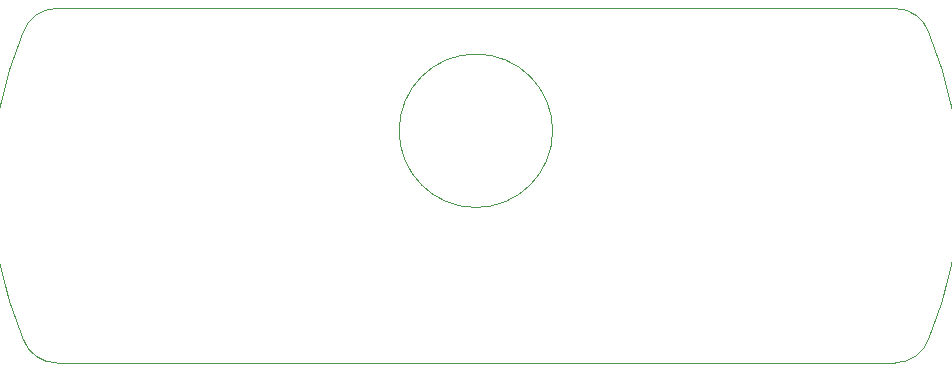
<source format=gbr>
%TF.GenerationSoftware,KiCad,Pcbnew,(5.1.6)-1*%
%TF.CreationDate,2020-08-21T17:01:07+02:00*%
%TF.ProjectId,front_panel,66726f6e-745f-4706-916e-656c2e6b6963,rev?*%
%TF.SameCoordinates,Original*%
%TF.FileFunction,Profile,NP*%
%FSLAX46Y46*%
G04 Gerber Fmt 4.6, Leading zero omitted, Abs format (unit mm)*
G04 Created by KiCad (PCBNEW (5.1.6)-1) date 2020-08-21 17:01:07*
%MOMM*%
%LPD*%
G01*
G04 APERTURE LIST*
%TA.AperFunction,Profile*%
%ADD10C,0.050000*%
%TD*%
G04 APERTURE END LIST*
D10*
X144000000Y-110350000D02*
G75*
G03*
X144000000Y-110350000I-6500000J0D01*
G01*
X99152666Y-102051264D02*
G75*
G03*
X99153372Y-127946947I30846755J-12947001D01*
G01*
X99153372Y-127946947D02*
G75*
G03*
X102000000Y-130000000I2846628J946947D01*
G01*
X99153372Y-102053053D02*
G75*
G02*
X102000000Y-100000000I2846628J-946947D01*
G01*
X175846755Y-102052999D02*
G75*
G02*
X175846049Y-127948682I-30846755J-12947001D01*
G01*
X175846628Y-102053053D02*
G75*
G03*
X173000000Y-100000000I-2846628J-946947D01*
G01*
X175846050Y-127948683D02*
G75*
G02*
X173000000Y-130000000I-2846050J948683D01*
G01*
X102000000Y-130000000D02*
X173000000Y-130000000D01*
X102000000Y-100000000D02*
X173000000Y-100000000D01*
M02*

</source>
